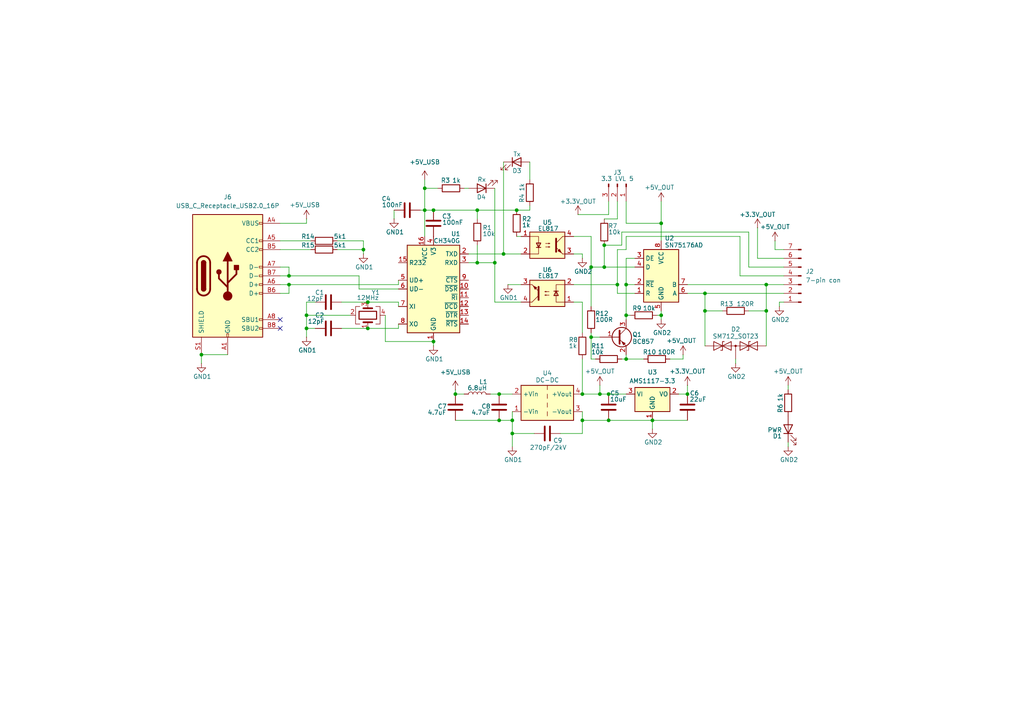
<source format=kicad_sch>
(kicad_sch (version 20231120) (generator "eeschema") (generator_version "8.0")
  (paper "A4")
  (title_block (title "Isolated USB-UART/RS485") (date "2024-11-12"))
  (lib_symbols
    (symbol "Connector:Conn_01x03_Pin" (pin_names (offset 1.016) hide)
      (property "Reference" "J" (at 0 5.08 0))
      (property "Value" "Conn_01x03_Pin" (at 0 -5.08 0))
      (symbol "Conn_01x03_Pin_1_1"
        (polyline (pts (xy 1.27 -2.54) (xy 0.8636 -2.54)) (stroke (width 0.1524)))
        (polyline (pts (xy 1.27 0) (xy 0.8636 0)) (stroke (width 0.1524)))
        (polyline (pts (xy 1.27 2.54) (xy 0.8636 2.54)) (stroke (width 0.1524)))
        (rectangle (start 0.8636 -2.413) (end 0 -2.667) (stroke (width 0.1524)) (fill (type outline)))
        (rectangle (start 0.8636 0.127) (end 0 -0.127) (stroke (width 0.1524)) (fill (type outline)))
        (rectangle (start 0.8636 2.667) (end 0 2.413) (stroke (width 0.1524)) (fill (type outline)))
        (pin passive line (at 5.08 2.54 180) (length 3.81) (name "Pin_1") (number "1"))
        (pin passive line (at 5.08 0 180) (length 3.81) (name "Pin_2") (number "2"))
        (pin passive line (at 5.08 -2.54 180) (length 3.81) (name "Pin_3") (number "3"))
      )
    )
    (symbol "Connector:Conn_01x07_Pin" (pin_names (offset 1.016) hide)
      (property "Reference" "J" (at 0 10.16 0))
      (property "Value" "Conn_01x07_Pin" (at 0 -10.16 0))
      (symbol "Conn_01x07_Pin_1_1"
        (polyline (pts (xy 1.27 -7.62) (xy 0.8636 -7.62)) (stroke (width 0.1524)))
        (polyline (pts (xy 1.27 -5.08) (xy 0.8636 -5.08)) (stroke (width 0.1524)))
        (polyline (pts (xy 1.27 -2.54) (xy 0.8636 -2.54)) (stroke (width 0.1524)))
        (polyline (pts (xy 1.27 0) (xy 0.8636 0)) (stroke (width 0.1524)))
        (polyline (pts (xy 1.27 2.54) (xy 0.8636 2.54)) (stroke (width 0.1524)))
        (polyline (pts (xy 1.27 5.08) (xy 0.8636 5.08)) (stroke (width 0.1524)))
        (polyline (pts (xy 1.27 7.62) (xy 0.8636 7.62)) (stroke (width 0.1524)))
        (rectangle (start 0.8636 -7.493) (end 0 -7.747) (stroke (width 0.1524)) (fill (type outline)))
        (rectangle (start 0.8636 -4.953) (end 0 -5.207) (stroke (width 0.1524)) (fill (type outline)))
        (rectangle (start 0.8636 -2.413) (end 0 -2.667) (stroke (width 0.1524)) (fill (type outline)))
        (rectangle (start 0.8636 0.127) (end 0 -0.127) (stroke (width 0.1524)) (fill (type outline)))
        (rectangle (start 0.8636 2.667) (end 0 2.413) (stroke (width 0.1524)) (fill (type outline)))
        (rectangle (start 0.8636 5.207) (end 0 4.953) (stroke (width 0.1524)) (fill (type outline)))
        (rectangle (start 0.8636 7.747) (end 0 7.493) (stroke (width 0.1524)) (fill (type outline)))
        (pin passive line (at 5.08 7.62 180) (length 3.81) (name "Pin_1") (number "1"))
        (pin passive line (at 5.08 5.08 180) (length 3.81) (name "Pin_2") (number "2"))
        (pin passive line (at 5.08 2.54 180) (length 3.81) (name "Pin_3") (number "3"))
        (pin passive line (at 5.08 0 180) (length 3.81) (name "Pin_4") (number "4"))
        (pin passive line (at 5.08 -2.54 180) (length 3.81) (name "Pin_5") (number "5"))
        (pin passive line (at 5.08 -5.08 180) (length 3.81) (name "Pin_6") (number "6"))
        (pin passive line (at 5.08 -7.62 180) (length 3.81) (name "Pin_7") (number "7"))
      )
    )
    (symbol "Connector:USB_C_Receptacle_USB2.0_16P" (pin_names (offset 1.016))
      (property "Reference" "J" (at 0 22.225 0))
      (property "Value" "USB_C_Receptacle_USB2.0_16P" (at 0 19.685 0))
      (symbol "USB_C_Receptacle_USB2.0_16P_0_0"
        (rectangle (start -0.254 -17.78) (end 0.254 -16.764))
        (rectangle (start 10.16 -14.986) (end 9.144 -15.494))
        (rectangle (start 10.16 -12.446) (end 9.144 -12.954))
        (rectangle (start 10.16 -4.826) (end 9.144 -5.334))
        (rectangle (start 10.16 -2.286) (end 9.144 -2.794))
        (rectangle (start 10.16 0.254) (end 9.144 -0.254))
        (rectangle (start 10.16 2.794) (end 9.144 2.286))
        (rectangle (start 10.16 7.874) (end 9.144 7.366))
        (rectangle (start 10.16 10.414) (end 9.144 9.906))
        (rectangle (start 10.16 15.494) (end 9.144 14.986))
      )
      (symbol "USB_C_Receptacle_USB2.0_16P_0_1"
        (rectangle (start -10.16 17.78) (end 10.16 -17.78) (stroke (width 0.254)) (fill (type background)))
        (arc (start -8.89 -3.81) (mid -6.985 -5.7067) (end -5.08 -3.81) (stroke (width 0.508)))
        (arc (start -7.62 -3.81) (mid -6.985 -4.4423) (end -6.35 -3.81) (stroke (width 0.254)))
        (arc (start -7.62 -3.81) (mid -6.985 -4.4423) (end -6.35 -3.81) (stroke (width 0.254)) (fill (type outline)))
        (rectangle (start -7.62 -3.81) (end -6.35 3.81) (stroke (width 0.254)) (fill (type outline)))
        (arc (start -6.35 3.81) (mid -6.985 4.4423) (end -7.62 3.81) (stroke (width 0.254)))
        (arc (start -6.35 3.81) (mid -6.985 4.4423) (end -7.62 3.81) (stroke (width 0.254)) (fill (type outline)))
        (arc (start -5.08 3.81) (mid -6.985 5.7067) (end -8.89 3.81) (stroke (width 0.508)))
        (circle (center -2.54 1.143) (radius 0.635) (stroke (width 0.254)) (fill (type outline)))
        (circle (center 0 -5.842) (radius 1.27) (fill (type outline)))
        (polyline (pts (xy -8.89 -3.81) (xy -8.89 3.81)) (stroke (width 0.508)))
        (polyline (pts (xy -5.08 3.81) (xy -5.08 -3.81)) (stroke (width 0.508)))
        (polyline (pts (xy 0 -5.842) (xy 0 4.318)) (stroke (width 0.508)))
        (polyline (pts (xy 0 -3.302) (xy -2.54 -0.762) (xy -2.54 0.508)) (stroke (width 0.508)))
        (polyline (pts (xy 0 -2.032) (xy 2.54 0.508) (xy 2.54 1.778)) (stroke (width 0.508)))
        (polyline (pts (xy -1.27 4.318) (xy 0 6.858) (xy 1.27 4.318) (xy -1.27 4.318)) (stroke (width 0.254)) (fill (type outline)))
        (rectangle (start 1.905 1.778) (end 3.175 3.048) (stroke (width 0.254)) (fill (type outline)))
      )
      (symbol "USB_C_Receptacle_USB2.0_16P_1_1"
        (pin passive line (at 0 -22.86 90) (length 5.08) (name "GND") (number "A1"))
        (pin passive line (at 0 -22.86 90) (length 5.08) hide (name "GND") (number "A12"))
        (pin passive line (at 15.24 15.24 180) (length 5.08) (name "VBUS") (number "A4"))
        (pin bidirectional line (at 15.24 10.16 180) (length 5.08) (name "CC1") (number "A5"))
        (pin bidirectional line (at 15.24 -2.54 180) (length 5.08) (name "D+") (number "A6"))
        (pin bidirectional line (at 15.24 2.54 180) (length 5.08) (name "D-") (number "A7"))
        (pin bidirectional line (at 15.24 -12.7 180) (length 5.08) (name "SBU1") (number "A8"))
        (pin passive line (at 15.24 15.24 180) (length 5.08) hide (name "VBUS") (number "A9"))
        (pin passive line (at 0 -22.86 90) (length 5.08) hide (name "GND") (number "B1"))
        (pin passive line (at 0 -22.86 90) (length 5.08) hide (name "GND") (number "B12"))
        (pin passive line (at 15.24 15.24 180) (length 5.08) hide (name "VBUS") (number "B4"))
        (pin bidirectional line (at 15.24 7.62 180) (length 5.08) (name "CC2") (number "B5"))
        (pin bidirectional line (at 15.24 -5.08 180) (length 5.08) (name "D+") (number "B6"))
        (pin bidirectional line (at 15.24 0 180) (length 5.08) (name "D-") (number "B7"))
        (pin bidirectional line (at 15.24 -15.24 180) (length 5.08) (name "SBU2") (number "B8"))
        (pin passive line (at 15.24 15.24 180) (length 5.08) hide (name "VBUS") (number "B9"))
        (pin passive line (at -7.62 -22.86 90) (length 5.08) (name "SHIELD") (number "S1"))
      )
    )
    (symbol "Converter_DCDC:TEA1-0505"
      (property "Reference" "U" (at -7.62 6.35 0))
      (property "Value" "TEA1-0505" (at -2.54 6.35 0))
      (symbol "TEA1-0505_0_0"
        (pin power_in line (at -10.16 -2.54 0) (length 2.54) (name "-Vin") (number "1"))
        (pin power_in line (at -10.16 2.54 0) (length 2.54) (name "+Vin") (number "2"))
        (pin power_out line (at 10.16 -2.54 180) (length 2.54) (name "-Vout") (number "3"))
        (pin power_out line (at 10.16 2.54 180) (length 2.54) (name "+Vout") (number "4"))
      )
      (symbol "TEA1-0505_0_1"
        (rectangle (start -7.62 5.08) (end 7.62 -5.08) (stroke (width 0.254)) (fill (type background)))
        (polyline (pts (xy 0 -2.54) (xy 0 -3.81)))
        (polyline (pts (xy 0 0) (xy 0 -1.27)))
        (polyline (pts (xy 0 2.54) (xy 0 1.27)))
        (polyline (pts (xy 0 5.08) (xy 0 3.81)))
      )
    )
    (symbol "Device:C" (pin_numbers hide) (pin_names (offset 0.254))
      (property "Reference" "C1" (at 3.81 1.2701 0))
      (property "Value" "12pF" (at 3.81 -1.2699 0))
      (symbol "C_0_1"
        (polyline (pts (xy -2.032 -0.762) (xy 2.032 -0.762)) (stroke (width 0.508)))
        (polyline (pts (xy -2.032 0.762) (xy 2.032 0.762)) (stroke (width 0.508)))
      )
      (symbol "C_1_1"
        (pin passive line (at 0 3.81 270) (length 2.794) (name "~") (number "1"))
        (pin passive line (at 0 -3.81 90) (length 2.794) (name "~") (number "2"))
      )
    )
    (symbol "Device:Crystal_GND24" (pin_names (offset 1.016) hide)
      (property "Reference" "Y1" (at 11.43 6.3186 0))
      (property "Value" "12MHz" (at 11.43 3.7786 0))
      (symbol "Crystal_GND24_0_1"
        (rectangle (start -1.143 2.54) (end 1.143 -2.54) (stroke (width 0.3048)))
        (polyline (pts (xy -2.54 0) (xy -2.032 0)))
        (polyline (pts (xy -2.032 -1.27) (xy -2.032 1.27)) (stroke (width 0.508)))
        (polyline (pts (xy 0 -3.81) (xy 0 -3.556)))
        (polyline (pts (xy 0 3.556) (xy 0 3.81)))
        (polyline (pts (xy 2.032 -1.27) (xy 2.032 1.27)) (stroke (width 0.508)))
        (polyline (pts (xy 2.032 0) (xy 2.54 0)))
        (polyline (pts (xy -2.54 -2.286) (xy -2.54 -3.556) (xy 2.54 -3.556) (xy 2.54 -2.286)))
        (polyline (pts (xy -2.54 2.286) (xy -2.54 3.556) (xy 2.54 3.556) (xy 2.54 2.286)))
      )
      (symbol "Crystal_GND24_1_1"
        (pin passive line (at -3.81 0 0) (length 1.27) (name "1") (number "1"))
        (pin passive line (at 0 5.08 270) (length 1.27) (name "2") (number "2"))
        (pin passive line (at 3.81 0 180) (length 1.27) (name "3") (number "3"))
        (pin passive line (at 0 -5.08 90) (length 1.27) (name "4") (number "4"))
      )
    )
    (symbol "Device:L" (pin_numbers hide) (pin_names (offset 1.016) hide)
      (property "Reference" "L" (at -1.27 0 90))
      (property "Value" "L" (at 1.905 0 90))
      (symbol "L_0_1"
        (arc (start 0 -2.54) (mid 0.6323 -1.905) (end 0 -1.27))
        (arc (start 0 -1.27) (mid 0.6323 -0.635) (end 0 0))
        (arc (start 0 0) (mid 0.6323 0.635) (end 0 1.27))
        (arc (start 0 1.27) (mid 0.6323 1.905) (end 0 2.54))
      )
      (symbol "L_1_1"
        (pin passive line (at 0 3.81 270) (length 1.27) (name "1") (number "1"))
        (pin passive line (at 0 -3.81 90) (length 1.27) (name "2") (number "2"))
      )
    )
    (symbol "Device:LED" (pin_numbers hide) (pin_names (offset 1.016) hide)
      (property "Reference" "D" (at 0 2.54 0))
      (property "Value" "LED" (at 0 -2.54 0))
      (symbol "LED_0_1"
        (polyline (pts (xy -1.27 -1.27) (xy -1.27 1.27)) (stroke (width 0.254)))
        (polyline (pts (xy -1.27 0) (xy 1.27 0)))
        (polyline (pts (xy 1.27 -1.27) (xy 1.27 1.27) (xy -1.27 0) (xy 1.27 -1.27)) (stroke (width 0.254)))
        (polyline (pts (xy -3.048 -0.762) (xy -4.572 -2.286) (xy -3.81 -2.286) (xy -4.572 -2.286) (xy -4.572 -1.524)))
        (polyline (pts (xy -1.778 -0.762) (xy -3.302 -2.286) (xy -2.54 -2.286) (xy -3.302 -2.286) (xy -3.302 -1.524)))
      )
      (symbol "LED_1_1"
        (pin passive line (at -3.81 0 0) (length 2.54) (name "K") (number "1"))
        (pin passive line (at 3.81 0 180) (length 2.54) (name "A") (number "2"))
      )
    )
    (symbol "Device:R" (pin_numbers hide) (pin_names (offset 0))
      (property "Reference" "R" (at 2.032 0 90))
      (property "Value" "R" (at 0 0 90))
      (symbol "R_0_1"
        (rectangle (start -1.016 -2.54) (end 1.016 2.54) (stroke (width 0.254)))
      )
      (symbol "R_1_1"
        (pin passive line (at 0 3.81 270) (length 1.27) (name "~") (number "1"))
        (pin passive line (at 0 -3.81 90) (length 1.27) (name "~") (number "2"))
      )
    )
    (symbol "Diode:SM712_SOT23" (pin_numbers hide) (pin_names (offset 1.016) hide)
      (property "Reference" "D" (at 0 4.445 0))
      (property "Value" "SM712_SOT23" (at 0 2.54 0))
      (symbol "SM712_SOT23_0_0"
        (polyline (pts (xy 0 -1.27) (xy 0 0)))
      )
      (symbol "SM712_SOT23_0_1"
        (polyline (pts (xy -6.35 0) (xy 6.35 0)))
        (polyline (pts (xy -3.302 1.27) (xy -3.81 1.27) (xy -3.81 -1.27) (xy -4.318 -1.27)) (stroke (width 0.2032)))
        (polyline (pts (xy 4.318 1.27) (xy 3.81 1.27) (xy 3.81 -1.27) (xy 3.302 -1.27)) (stroke (width 0.2032)))
        (polyline (pts (xy -6.35 -1.27) (xy -1.27 1.27) (xy -1.27 -1.27) (xy -6.35 1.27) (xy -6.35 -1.27)) (stroke (width 0.2032)))
        (polyline (pts (xy 1.27 -1.27) (xy 1.27 1.27) (xy 6.35 -1.27) (xy 6.35 1.27) (xy 1.27 -1.27)) (stroke (width 0.2032)))
        (circle (center 0 0) (radius 0.254) (fill (type outline)))
      )
      (symbol "SM712_SOT23_1_1"
        (pin passive line (at -8.89 0 0) (length 2.54) (name "A1") (number "1"))
        (pin passive line (at 8.89 0 180) (length 2.54) (name "A2") (number "2"))
        (pin input line (at 0 -3.81 90) (length 2.54) (name "common") (number "3"))
      )
    )
    (symbol "Interface_UART:SN75176AD"
      (property "Reference" "U" (at -4.318 8.89 0))
      (property "Value" "SN75176AD" (at 1.016 8.89 0))
      (symbol "SN75176AD_0_1"
        (rectangle (start -5.08 7.62) (end 5.08 -7.62) (stroke (width 0.254)) (fill (type background)))
      )
      (symbol "SN75176AD_1_1"
        (pin output line (at -7.62 -5.08 0) (length 2.54) (name "R") (number "1"))
        (pin input line (at -7.62 -2.54 0) (length 2.54) (name "~{RE}") (number "2"))
        (pin input line (at -7.62 5.08 0) (length 2.54) (name "DE") (number "3"))
        (pin input line (at -7.62 2.54 0) (length 2.54) (name "D") (number "4"))
        (pin power_in line (at 0 -10.16 90) (length 2.54) (name "GND") (number "5"))
        (pin bidirectional line (at 7.62 -5.08 180) (length 2.54) (name "A") (number "6"))
        (pin bidirectional line (at 7.62 -2.54 180) (length 2.54) (name "B") (number "7"))
        (pin power_in line (at 0 10.16 270) (length 2.54) (name "VCC") (number "8"))
      )
    )
    (symbol "Interface_USB:CH340G"
      (property "Reference" "U" (at -5.08 13.97 0))
      (property "Value" "CH340G" (at 1.27 13.97 0))
      (symbol "CH340G_0_1"
        (rectangle (start -7.62 12.7) (end 7.62 -12.7) (stroke (width 0.254)) (fill (type background)))
      )
      (symbol "CH340G_1_1"
        (pin power_in line (at 0 -15.24 90) (length 2.54) (name "GND") (number "1"))
        (pin input line (at 10.16 0 180) (length 2.54) (name "~{DSR}") (number "10"))
        (pin input line (at 10.16 -2.54 180) (length 2.54) (name "~{RI}") (number "11"))
        (pin input line (at 10.16 -5.08 180) (length 2.54) (name "~{DCD}") (number "12"))
        (pin output line (at 10.16 -7.62 180) (length 2.54) (name "~{DTR}") (number "13"))
        (pin output line (at 10.16 -10.16 180) (length 2.54) (name "~{RTS}") (number "14"))
        (pin input line (at -10.16 7.62 0) (length 2.54) (name "R232") (number "15"))
        (pin power_in line (at -2.54 15.24 270) (length 2.54) (name "VCC") (number "16"))
        (pin output line (at 10.16 10.16 180) (length 2.54) (name "TXD") (number "2"))
        (pin input line (at 10.16 7.62 180) (length 2.54) (name "RXD") (number "3"))
        (pin power_out line (at 0 15.24 270) (length 2.54) (name "V3") (number "4"))
        (pin bidirectional line (at -10.16 2.54 0) (length 2.54) (name "UD+") (number "5"))
        (pin bidirectional line (at -10.16 0 0) (length 2.54) (name "UD-") (number "6"))
        (pin input line (at -10.16 -5.08 0) (length 2.54) (name "XI") (number "7"))
        (pin output line (at -10.16 -10.16 0) (length 2.54) (name "XO") (number "8"))
        (pin input line (at 10.16 2.54 180) (length 2.54) (name "~{CTS}") (number "9"))
      )
    )
    (symbol "Isolator:LTV-817S" (pin_names (offset 1.016))
      (property "Reference" "U" (at -3.81 5.08 0))
      (property "Value" "LTV-817S" (at 0 -5.08 0))
      (symbol "LTV-817S_1_1"
        (rectangle (start -5.08 3.81) (end 5.08 -3.81) (stroke (width 0.254)) (fill (type background)))
        (polyline (pts (xy -3.175 -0.635) (xy -1.905 -0.635)) (stroke (width 0.254)))
        (polyline (pts (xy 2.54 0.635) (xy 4.445 2.54)))
        (polyline (pts (xy 4.445 -2.54) (xy 2.54 -0.635)) (fill (type outline)))
        (polyline (pts (xy 4.445 -2.54) (xy 5.08 -2.54)))
        (polyline (pts (xy 4.445 2.54) (xy 5.08 2.54)))
        (polyline (pts (xy -5.08 2.54) (xy -2.54 2.54) (xy -2.54 -0.762)))
        (polyline (pts (xy -2.54 -0.635) (xy -2.54 -2.54) (xy -5.08 -2.54)))
        (polyline (pts (xy 2.54 1.905) (xy 2.54 -1.905) (xy 2.54 -1.905)) (stroke (width 0.508)))
        (polyline (pts (xy -2.54 -0.635) (xy -3.175 0.635) (xy -1.905 0.635) (xy -2.54 -0.635)) (stroke (width 0.254)))
        (polyline (pts (xy -0.508 -0.508) (xy 0.762 -0.508) (xy 0.381 -0.635) (xy 0.381 -0.381) (xy 0.762 -0.508)))
        (polyline (pts (xy -0.508 0.508) (xy 0.762 0.508) (xy 0.381 0.381) (xy 0.381 0.635) (xy 0.762 0.508)))
        (polyline (pts (xy 3.048 -1.651) (xy 3.556 -1.143) (xy 4.064 -2.159) (xy 3.048 -1.651) (xy 3.048 -1.651)) (fill (type outline)))
        (pin passive line (at -7.62 2.54 0) (length 2.54) (name "~") (number "1"))
        (pin passive line (at -7.62 -2.54 0) (length 2.54) (name "~") (number "2"))
        (pin passive line (at 7.62 -2.54 180) (length 2.54) (name "~") (number "3"))
        (pin passive line (at 7.62 2.54 180) (length 2.54) (name "~") (number "4"))
      )
    )
    (symbol "Regulator_Linear:AMS1117-3.3"
      (property "Reference" "U" (at -3.81 3.175 0))
      (property "Value" "AMS1117-3.3" (at 0 3.175 0))
      (symbol "AMS1117-3.3_0_1"
        (rectangle (start -5.08 -5.08) (end 5.08 1.905) (stroke (width 0.254)) (fill (type background)))
      )
      (symbol "AMS1117-3.3_1_1"
        (pin power_in line (at 0 -7.62 90) (length 2.54) (name "GND") (number "1"))
        (pin power_out line (at 7.62 0 180) (length 2.54) (name "VO") (number "2"))
        (pin power_in line (at -7.62 0 0) (length 2.54) (name "VI") (number "3"))
      )
    )
    (symbol "Transistor_BJT:BC857" (pin_names (offset 0) hide)
      (property "Reference" "Q" (at 5.08 1.905 0))
      (property "Value" "BC857" (at 5.08 0 0))
      (symbol "BC857_0_1"
        (polyline (pts (xy 0.635 0.635) (xy 2.54 2.54)))
        (polyline (pts (xy 0.635 -0.635) (xy 2.54 -2.54) (xy 2.54 -2.54)))
        (polyline (pts (xy 0.635 1.905) (xy 0.635 -1.905) (xy 0.635 -1.905)) (stroke (width 0.508)))
        (polyline (pts (xy 2.286 -1.778) (xy 1.778 -2.286) (xy 1.27 -1.27) (xy 2.286 -1.778) (xy 2.286 -1.778)) (fill (type outline)))
        (circle (center 1.27 0) (radius 2.8194) (stroke (width 0.254)))
      )
      (symbol "BC857_1_1"
        (pin input line (at -5.08 0 0) (length 5.715) (name "B") (number "1"))
        (pin passive line (at 2.54 -5.08 90) (length 2.54) (name "E") (number "2"))
        (pin passive line (at 2.54 5.08 270) (length 2.54) (name "C") (number "3"))
      )
    )
    (symbol "power:+3.3V" (power) (pin_numbers hide) (pin_names (offset 0) hide)
      (property "Value" "+3.3V" (at 0 3.556 0))
      (symbol "+3.3V_0_1"
        (polyline (pts (xy -0.762 1.27) (xy 0 2.54)))
        (polyline (pts (xy 0 0) (xy 0 2.54)))
        (polyline (pts (xy 0 2.54) (xy 0.762 1.27)))
      )
      (symbol "+3.3V_1_1"
        (pin power_in line (at 0 0 90) (length 0) (name "~") (number "1"))
      )
    )
    (symbol "power:+5V" (power) (pin_numbers hide) (pin_names (offset 0) hide)
      (property "Value" "+5V" (at 0 3.556 0))
      (symbol "+5V_0_1"
        (polyline (pts (xy -0.762 1.27) (xy 0 2.54)))
        (polyline (pts (xy 0 0) (xy 0 2.54)))
        (polyline (pts (xy 0 2.54) (xy 0.762 1.27)))
      )
      (symbol "+5V_1_1"
        (pin power_in line (at 0 0 90) (length 0) (name "~") (number "1"))
      )
    )
    (symbol "power:GND1" (power) (pin_numbers hide) (pin_names (offset 0) hide)
      (property "Value" "GND1" (at 0 -3.81 0))
      (symbol "GND1_0_1"
        (polyline (pts (xy 0 0) (xy 0 -1.27) (xy 1.27 -1.27) (xy 0 -2.54) (xy -1.27 -1.27) (xy 0 -1.27)))
      )
      (symbol "GND1_1_1"
        (pin power_in line (at 0 0 270) (length 0) (name "~") (number "1"))
      )
    )
    (symbol "power:GND2" (power) (pin_numbers hide) (pin_names (offset 0) hide)
      (property "Value" "GND2" (at 0 -3.81 0))
      (symbol "GND2_0_1"
        (polyline (pts (xy 0 0) (xy 0 -1.27) (xy 1.27 -1.27) (xy 0 -2.54) (xy -1.27 -1.27) (xy 0 -1.27)))
      )
      (symbol "GND2_1_1"
        (pin power_in line (at 0 0 270) (length 0) (name "~") (number "1"))
      )
    )
  )
  (junction (at 123.19 60.96))
  (junction (at 144.78 121.92))
  (junction (at 123.19 54.61))
  (junction (at 181.61 82.55))
  (junction (at 144.78 114.3))
  (junction (at 88.9 95.25))
  (junction (at 199.39 114.3))
  (junction (at 176.53 121.92))
  (junction (at 222.25 90.17))
  (junction (at 191.77 64.77))
  (junction (at 181.61 104.14))
  (junction (at 176.53 114.3))
  (junction (at 175.26 77.47))
  (junction (at 191.77 91.44))
  (junction (at 83.82 80.01))
  (junction (at 168.91 114.3))
  (junction (at 189.23 121.92))
  (junction (at 179.07 82.55))
  (junction (at 58.42 102.87))
  (junction (at 168.91 121.92))
  (junction (at 88.9 91.44))
  (junction (at 204.47 85.09))
  (junction (at 171.45 97.79))
  (junction (at 146.05 73.66))
  (junction (at 143.51 76.2))
  (junction (at 175.26 71.12))
  (junction (at 222.25 82.55))
  (junction (at 106.68 95.25))
  (junction (at 148.59 125.73))
  (junction (at 171.45 77.47))
  (junction (at 106.68 87.63))
  (junction (at 148.59 121.92))
  (junction (at 83.82 82.55))
  (junction (at 132.08 114.3))
  (junction (at 204.47 90.17))
  (junction (at 125.73 99.06))
  (junction (at 173.99 114.3))
  (junction (at 138.43 60.96))
  (junction (at 138.43 76.2))
  (junction (at 125.73 60.96))
  (junction (at 149.86 60.96))
  (junction (at 181.61 91.44))
  (junction (at 105.41 72.39))
  (no_connect (at 81.28 95.25))
  (no_connect (at 81.28 92.71))
  (wire (pts (xy 171.45 68.58) (xy 166.37 68.58)))
  (wire (pts (xy 222.25 100.33) (xy 222.25 90.17)))
  (wire (pts (xy 135.89 73.66) (xy 146.05 73.66)))
  (wire (pts (xy 184.15 85.09) (xy 179.07 85.09)))
  (wire (pts (xy 228.6 111.76) (xy 228.6 113.03)))
  (wire (pts (xy 227.33 77.47) (xy 217.17 77.47)))
  (wire (pts (xy 88.9 87.63) (xy 91.44 87.63)))
  (wire (pts (xy 166.37 73.66) (xy 168.91 73.66)))
  (wire (pts (xy 81.28 77.47) (xy 83.82 77.47)))
  (wire (pts (xy 148.59 125.73) (xy 154.94 125.73)))
  (wire (pts (xy 168.91 104.14) (xy 168.91 114.3)))
  (wire (pts (xy 146.05 73.66) (xy 151.13 73.66)))
  (wire (pts (xy 111.76 99.06) (xy 125.73 99.06)))
  (wire (pts (xy 138.43 60.96) (xy 149.86 60.96)))
  (wire (pts (xy 175.26 77.47) (xy 171.45 77.47)))
  (wire (pts (xy 132.08 114.3) (xy 132.08 113.03)))
  (wire (pts (xy 181.61 91.44) (xy 181.61 92.71)))
  (wire (pts (xy 181.61 104.14) (xy 181.61 102.87)))
  (wire (pts (xy 217.17 90.17) (xy 222.25 90.17)))
  (wire (pts (xy 204.47 90.17) (xy 204.47 100.33)))
  (wire (pts (xy 125.73 100.33) (xy 125.73 99.06)))
  (wire (pts (xy 213.36 105.41) (xy 213.36 104.14)))
  (wire (pts (xy 171.45 97.79) (xy 171.45 104.14)))
  (wire (pts (xy 142.24 114.3) (xy 144.78 114.3)))
  (wire (pts (xy 168.91 114.3) (xy 173.99 114.3)))
  (wire (pts (xy 115.57 82.55) (xy 115.57 81.28)))
  (wire (pts (xy 175.26 77.47) (xy 184.15 77.47)))
  (wire (pts (xy 191.77 90.17) (xy 191.77 91.44)))
  (wire (pts (xy 168.91 87.63) (xy 166.37 87.63)))
  (wire (pts (xy 105.41 69.85) (xy 105.41 72.39)))
  (wire (pts (xy 175.26 71.12) (xy 175.26 77.47)))
  (wire (pts (xy 83.82 77.47) (xy 83.82 80.01)))
  (wire (pts (xy 199.39 85.09) (xy 204.47 85.09)))
  (wire (pts (xy 99.06 87.63) (xy 106.68 87.63)))
  (wire (pts (xy 204.47 90.17) (xy 204.47 85.09)))
  (wire (pts (xy 146.05 46.99) (xy 146.05 73.66)))
  (wire (pts (xy 217.17 67.31) (xy 180.34 67.31)))
  (wire (pts (xy 166.37 82.55) (xy 179.07 82.55)))
  (wire (pts (xy 83.82 80.01) (xy 81.28 80.01)))
  (wire (pts (xy 115.57 95.25) (xy 115.57 93.98)))
  (wire (pts (xy 83.82 85.09) (xy 81.28 85.09)))
  (wire (pts (xy 204.47 85.09) (xy 227.33 85.09)))
  (wire (pts (xy 219.71 74.93) (xy 227.33 74.93)))
  (wire (pts (xy 97.79 69.85) (xy 105.41 69.85)))
  (wire (pts (xy 123.19 54.61) (xy 127 54.61)))
  (wire (pts (xy 99.06 95.25) (xy 106.68 95.25)))
  (wire (pts (xy 149.86 68.58) (xy 151.13 68.58)))
  (wire (pts (xy 168.91 87.63) (xy 168.91 96.52)))
  (wire (pts (xy 175.26 71.12) (xy 180.34 71.12)))
  (wire (pts (xy 138.43 76.2) (xy 143.51 76.2)))
  (wire (pts (xy 144.78 114.3) (xy 148.59 114.3)))
  (wire (pts (xy 181.61 74.93) (xy 181.61 82.55)))
  (wire (pts (xy 148.59 121.92) (xy 148.59 125.73)))
  (wire (pts (xy 175.26 63.5) (xy 179.07 63.5)))
  (wire (pts (xy 219.71 66.04) (xy 219.71 74.93)))
  (wire (pts (xy 105.41 73.66) (xy 105.41 72.39)))
  (wire (pts (xy 226.06 87.63) (xy 226.06 88.9)))
  (wire (pts (xy 181.61 68.58) (xy 214.63 68.58)))
  (wire (pts (xy 143.51 76.2) (xy 143.51 87.63)))
  (wire (pts (xy 222.25 90.17) (xy 222.25 82.55)))
  (wire (pts (xy 181.61 58.42) (xy 181.61 64.77)))
  (wire (pts (xy 123.19 60.96) (xy 125.73 60.96)))
  (wire (pts (xy 132.08 114.3) (xy 134.62 114.3)))
  (wire (pts (xy 81.28 69.85) (xy 90.17 69.85)))
  (wire (pts (xy 198.12 104.14) (xy 198.12 102.87)))
  (wire (pts (xy 135.89 76.2) (xy 138.43 76.2)))
  (wire (pts (xy 189.23 121.92) (xy 189.23 124.46)))
  (wire (pts (xy 138.43 71.12) (xy 138.43 76.2)))
  (wire (pts (xy 147.32 82.55) (xy 151.13 82.55)))
  (wire (pts (xy 168.91 125.73) (xy 168.91 121.92)))
  (wire (pts (xy 148.59 119.38) (xy 148.59 121.92)))
  (wire (pts (xy 143.51 87.63) (xy 151.13 87.63)))
  (wire (pts (xy 176.53 114.3) (xy 181.61 114.3)))
  (wire (pts (xy 180.34 67.31) (xy 180.34 71.12)))
  (wire (pts (xy 224.79 72.39) (xy 227.33 72.39)))
  (wire (pts (xy 181.61 104.14) (xy 186.69 104.14)))
  (wire (pts (xy 214.63 80.01) (xy 227.33 80.01)))
  (wire (pts (xy 153.67 60.96) (xy 149.86 60.96)))
  (wire (pts (xy 144.78 121.92) (xy 148.59 121.92)))
  (wire (pts (xy 194.31 104.14) (xy 198.12 104.14)))
  (wire (pts (xy 106.68 95.25) (xy 115.57 95.25)))
  (wire (pts (xy 171.45 96.52) (xy 171.45 97.79)))
  (wire (pts (xy 132.08 121.92) (xy 144.78 121.92)))
  (wire (pts (xy 104.14 83.82) (xy 115.57 83.82)))
  (wire (pts (xy 125.73 60.96) (xy 138.43 60.96)))
  (wire (pts (xy 168.91 121.92) (xy 168.91 119.38)))
  (wire (pts (xy 176.53 62.23) (xy 176.53 58.42)))
  (wire (pts (xy 88.9 95.25) (xy 88.9 97.79)))
  (wire (pts (xy 179.07 72.39) (xy 181.61 72.39)))
  (wire (pts (xy 171.45 77.47) (xy 171.45 88.9)))
  (wire (pts (xy 153.67 59.69) (xy 153.67 60.96)))
  (wire (pts (xy 58.42 102.87) (xy 58.42 105.41)))
  (wire (pts (xy 123.19 54.61) (xy 123.19 60.96)))
  (wire (pts (xy 179.07 82.55) (xy 179.07 72.39)))
  (wire (pts (xy 66.04 102.87) (xy 58.42 102.87)))
  (wire (pts (xy 143.51 54.61) (xy 143.51 76.2)))
  (wire (pts (xy 153.67 46.99) (xy 153.67 52.07)))
  (wire (pts (xy 123.19 52.07) (xy 123.19 54.61)))
  (wire (pts (xy 106.68 87.63) (xy 115.57 87.63)))
  (wire (pts (xy 228.6 128.27) (xy 228.6 129.54)))
  (wire (pts (xy 97.79 72.39) (xy 105.41 72.39)))
  (wire (pts (xy 115.57 87.63) (xy 115.57 88.9)))
  (wire (pts (xy 81.28 82.55) (xy 83.82 82.55)))
  (wire (pts (xy 191.77 64.77) (xy 191.77 69.85)))
  (wire (pts (xy 81.28 72.39) (xy 90.17 72.39)))
  (wire (pts (xy 214.63 68.58) (xy 214.63 80.01)))
  (wire (pts (xy 138.43 60.96) (xy 138.43 63.5)))
  (wire (pts (xy 204.47 90.17) (xy 209.55 90.17)))
  (wire (pts (xy 104.14 80.01) (xy 104.14 83.82)))
  (wire (pts (xy 168.91 121.92) (xy 176.53 121.92)))
  (wire (pts (xy 199.39 82.55) (xy 222.25 82.55)))
  (wire (pts (xy 222.25 82.55) (xy 227.33 82.55)))
  (wire (pts (xy 83.82 80.01) (xy 104.14 80.01)))
  (wire (pts (xy 180.34 104.14) (xy 181.61 104.14)))
  (wire (pts (xy 134.62 54.61) (xy 135.89 54.61)))
  (wire (pts (xy 179.07 85.09) (xy 179.07 82.55)))
  (wire (pts (xy 189.23 121.92) (xy 199.39 121.92)))
  (wire (pts (xy 168.91 73.66) (xy 168.91 74.93)))
  (wire (pts (xy 181.61 82.55) (xy 184.15 82.55)))
  (wire (pts (xy 81.28 64.77) (xy 88.9 64.77)))
  (wire (pts (xy 191.77 58.42) (xy 191.77 64.77)))
  (wire (pts (xy 88.9 87.63) (xy 88.9 91.44)))
  (wire (pts (xy 88.9 91.44) (xy 88.9 95.25)))
  (wire (pts (xy 190.5 91.44) (xy 191.77 91.44)))
  (wire (pts (xy 173.99 111.76) (xy 173.99 114.3)))
  (wire (pts (xy 114.3 60.96) (xy 114.3 63.5)))
  (wire (pts (xy 173.99 114.3) (xy 176.53 114.3)))
  (wire (pts (xy 115.57 82.55) (xy 83.82 82.55)))
  (wire (pts (xy 217.17 77.47) (xy 217.17 67.31)))
  (wire (pts (xy 181.61 82.55) (xy 181.61 91.44)))
  (wire (pts (xy 184.15 74.93) (xy 181.61 74.93)))
  (wire (pts (xy 196.85 114.3) (xy 199.39 114.3)))
  (wire (pts (xy 88.9 91.44) (xy 101.6 91.44)))
  (wire (pts (xy 83.82 82.55) (xy 83.82 85.09)))
  (wire (pts (xy 111.76 91.44) (xy 111.76 99.06)))
  (wire (pts (xy 167.64 62.23) (xy 176.53 62.23)))
  (wire (pts (xy 181.61 91.44) (xy 182.88 91.44)))
  (wire (pts (xy 179.07 58.42) (xy 179.07 63.5)))
  (wire (pts (xy 176.53 121.92) (xy 189.23 121.92)))
  (wire (pts (xy 171.45 97.79) (xy 173.99 97.79)))
  (wire (pts (xy 88.9 64.77) (xy 88.9 63.5)))
  (wire (pts (xy 171.45 104.14) (xy 172.72 104.14)))
  (wire (pts (xy 181.61 72.39) (xy 181.61 68.58)))
  (wire (pts (xy 148.59 125.73) (xy 148.59 129.54)))
  (wire (pts (xy 121.92 60.96) (xy 123.19 60.96)))
  (wire (pts (xy 171.45 77.47) (xy 171.45 68.58)))
  (wire (pts (xy 199.39 111.76) (xy 199.39 114.3)))
  (wire (pts (xy 181.61 64.77) (xy 191.77 64.77)))
  (wire (pts (xy 191.77 91.44) (xy 191.77 92.71)))
  (wire (pts (xy 227.33 87.63) (xy 226.06 87.63)))
  (wire (pts (xy 88.9 95.25) (xy 91.44 95.25)))
  (wire (pts (xy 123.19 60.96) (xy 123.19 68.58)))
  (wire (pts (xy 162.56 125.73) (xy 168.91 125.73)))
  (wire (pts (xy 224.79 69.85) (xy 224.79 72.39)))
  (symbol (lib_id "Device:R") (at 228.6 116.84 180) (unit 1)
    (property "Reference" "R6" (at 226.314 117.094 90) (effects (justify left)))
    (property "Value" "1k" (at 226.314 114.046 90) (effects (justify left)))
    (property "Footprint" "Resistor_SMD:R_0805_2012Metric" (effects (hide yes)))
    (property "Description" "Resistor" (effects (hide yes)))
  )
  (symbol (lib_id "power:GND2") (at 226.06 88.9 0) (unit 1)
    (property "Reference" "#PWR024" (effects (hide yes)))
    (property "Value" "GND2" (at 226.314 92.71 0))
    (property "Description" "Power symbol creates a global label with name \"GND2\" , ground" (effects (hide yes)))
  )
  (symbol (lib_id "Device:LED") (at 149.86 46.99 0) (unit 1)
    (property "Reference" "D3" (at 148.59 49.53 0) (effects (justify left)))
    (property "Value" "Tx" (at 148.844 44.704 0) (effects (justify left)))
    (property "Footprint" "LED_SMD:LED_0805_2012Metric" (effects (hide yes)))
    (property "Description" "Light emitting diode" (effects (hide yes)))
  )
  (symbol (lib_id "Device:R") (at 130.81 54.61 90) (unit 1)
    (property "Reference" "R3" (at 130.556 52.324 90) (effects (justify left)))
    (property "Value" "1k" (at 133.604 52.324 90) (effects (justify left)))
    (property "Footprint" "Resistor_SMD:R_0805_2012Metric" (effects (hide yes)))
    (property "Description" "Resistor" (effects (hide yes)))
  )
  (symbol (lib_id "Device:C") (at 95.25 95.25 90) (unit 1)
    (property "Reference" "C2" (at 92.71 91.44 90))
    (property "Value" "12pF" (at 91.694 93.218 90))
    (property "Footprint" "Capacitor_SMD:C_0805_2012Metric" (effects (hide yes)))
    (property "Description" "Unpolarized capacitor" (effects (hide yes)))
    (property "LCSC PN" "C106201" (effects (hide yes)))
    (property "MF PN" "CC0402JRNPO9BN120" (effects (hide yes)))
  )
  (symbol (lib_id "Device:C") (at 199.39 118.11 180) (unit 1)
    (property "Reference" "C6" (at 201.422 114.046 0))
    (property "Value" "22uF" (at 202.438 115.824 0))
    (property "Footprint" "Capacitor_SMD:C_0805_2012Metric" (effects (hide yes)))
    (property "Description" "Unpolarized capacitor" (effects (hide yes)))
    (property "LCSC PN" "C415703" (effects (hide yes)))
    (property "MF PN" "GRM155R60J226ME11D" (effects (hide yes)))
  )
  (symbol (lib_id "Device:R") (at 176.53 104.14 270) (unit 1)
    (property "Reference" "R11" (at 171.45 100.33 90) (effects (justify left)))
    (property "Value" "10k" (at 171.45 102.108 90) (effects (justify left)))
    (property "Footprint" "Resistor_SMD:R_0805_2012Metric" (effects (hide yes)))
    (property "Description" "Resistor" (effects (hide yes)))
  )
  (symbol (lib_id "Device:R") (at 171.45 92.71 180) (unit 1)
    (property "Reference" "R12" (at 176.53 90.932 0) (effects (justify left)))
    (property "Value" "100R" (at 177.8 92.71 0) (effects (justify left)))
    (property "Footprint" "Resistor_SMD:R_0805_2012Metric" (effects (hide yes)))
    (property "Description" "Resistor" (effects (hide yes)))
  )
  (symbol (lib_id "power:GND2") (at 213.36 105.41 0) (unit 1)
    (property "Reference" "#PWR016" (effects (hide yes)))
    (property "Value" "GND2" (at 213.614 109.22 0))
    (property "Description" "Power symbol creates a global label with name \"GND2\" , ground" (effects (hide yes)))
  )
  (symbol (lib_id "Device:R") (at 190.5 104.14 270) (unit 1)
    (property "Reference" "R10" (at 186.436 102.108 90) (effects (justify left)))
    (property "Value" "100R" (at 190.754 102.108 90) (effects (justify left)))
    (property "Footprint" "Resistor_SMD:R_0805_2012Metric" (effects (hide yes)))
    (property "Description" "Resistor" (effects (hide yes)))
  )
  (symbol (lib_id "Device:L") (at 138.43 114.3 90) (unit 1)
    (property "Reference" "L1" (at 140.208 110.744 90))
    (property "Value" "6.8uH" (at 138.43 112.522 90))
    (property "Footprint" "Inductor_SMD:L_1206_3216Metric" (effects (hide yes)))
    (property "Description" "Inductor" (effects (hide yes)))
    (property "LCSC PN" "C395031" (effects (hide yes)))
    (property "MF PN" "CMP321609XD6R8MT" (effects (hide yes)))
  )
  (symbol (lib_id "Diode:SM712_SOT23") (at 213.36 100.33 0) (unit 1)
    (property "Reference" "D2" (at 213.36 95.504 0))
    (property "Value" "SM712_SOT23" (at 213.36 97.536 0))
    (property "Footprint" "Package_TO_SOT_SMD:SOT-23" (effects (hide yes)))
    (property "Datasheet" "https://www.littelfuse.com/~/media/electronics/datasheets/tvs_diode_arrays/littelfuse_tvs_diode_array_sm712_datasheet.pdf.pdf" (effects (hide yes)))
    (property "Description" "7V/12V, 600W Asymmetrical TVS Diode Array, SOT-23" (effects (hide yes)))
  )
  (symbol (lib_id "Device:C") (at 132.08 118.11 180) (unit 1)
    (property "Reference" "C7" (at 128.27 117.856 0))
    (property "Value" "4.7uF" (at 126.746 119.634 0))
    (property "Footprint" "Capacitor_SMD:C_0805_2012Metric" (effects (hide yes)))
    (property "Description" "Unpolarized capacitor" (effects (hide yes)))
    (property "LCSC PN" "C2858031" (effects (hide yes)))
    (property "MF PN" "GRM155R61E475ME15D" (effects (hide yes)))
  )
  (symbol (lib_id "power:+5V") (at 198.12 102.87 0) (unit 1)
    (property "Reference" "#PWR018" (effects (hide yes)))
    (property "Value" "+5V_OUT" (at 197.612 98.806 0))
    (property "Description" "Power symbol creates a global label with name \"+5V\"" (effects (hide yes)))
  )
  (symbol (lib_id "power:GND2") (at 189.23 124.46 0) (unit 1)
    (property "Reference" "#PWR06" (effects (hide yes)))
    (property "Value" "GND2" (at 189.484 128.27 0))
    (property "Description" "Power symbol creates a global label with name \"GND2\" , ground" (effects (hide yes)))
  )
  (symbol (lib_id "Isolator:LTV-817S") (at 158.75 85.09 180) (unit 1)
    (property "Reference" "U6" (at 158.75 78.232 0))
    (property "Value" "EL817" (at 159.004 80.01 0))
    (property "Footprint" "Package_DIP:SMDIP-4_W9.53mm" (effects (hide yes)))
    (property "Datasheet" "http://www.us.liteon.com/downloads/LTV-817-827-847.PDF" (effects (hide yes)))
    (property "Description" "DC Optocoupler, Vce 35V, CTR 50%, SMDIP-4" (effects (hide yes)))
    (property "LCSC PN" "C3031553" (effects (hide yes)))
    (property "MF PN" "EL817S1(A)(TU)-FV" (effects (hide yes)))
  )
  (symbol (lib_id "power:GND2") (at 228.6 129.54 0) (unit 1)
    (property "Reference" "#PWR014" (effects (hide yes)))
    (property "Value" "GND2" (at 228.854 133.35 0))
    (property "Description" "Power symbol creates a global label with name \"GND2\" , ground" (effects (hide yes)))
  )
  (symbol (lib_id "power:GND1") (at 114.3 63.5 0) (unit 1)
    (property "Reference" "#PWR05" (effects (hide yes)))
    (property "Value" "GND1" (at 114.554 67.31 0))
    (property "Description" "Power symbol creates a global label with name \"GND1\" , ground" (effects (hide yes)))
  )
  (symbol (lib_id "Device:R") (at 168.91 100.33 180) (unit 1)
    (property "Reference" "R8" (at 167.64 98.552 0) (effects (justify left)))
    (property "Value" "1k" (at 167.386 100.33 0) (effects (justify left)))
    (property "Footprint" "Resistor_SMD:R_0805_2012Metric" (effects (hide yes)))
    (property "Description" "Resistor" (effects (hide yes)))
  )
  (symbol (lib_id "Connector:Conn_01x07_Pin") (at 232.41 80.01 180) (unit 1)
    (property "Reference" "J2" (at 233.68 78.7399 0) (effects (justify right)))
    (property "Value" "7-pin con" (at 233.68 81.2799 0) (effects (justify right)))
    (property "Footprint" "Connector_PinHeader_2.54mm:PinHeader_1x07_P2.54mm_Vertical" (effects (hide yes)))
    (property "Description" "Generic connector, single row, 01x07, script generated" (effects (hide yes)))
  )
  (symbol (lib_id "Device:R") (at 93.98 72.39 270) (unit 1)
    (property "Reference" "R15" (at 87.376 71.12 90) (effects (justify left)))
    (property "Value" "5k1" (at 96.774 71.12 90) (effects (justify left)))
    (property "Footprint" "Resistor_SMD:R_0805_2012Metric" (effects (hide yes)))
    (property "Description" "Resistor" (effects (hide yes)))
    (property "Manufacturer" "Würth Elektronik" (effects (hide yes)))
    (property "MPN" "560112120019" (effects (hide yes)))
  )
  (symbol (lib_id "Connector:Conn_01x03_Pin") (at 179.07 53.34 270) (unit 1)
    (property "Reference" "J3" (at 179.07 50.038 90))
    (property "Value" "3.3 LVL 5" (at 179.07 51.816 90))
    (property "Footprint" "Connector_PinHeader_2.54mm:PinHeader_1x03_P2.54mm_Vertical" (effects (hide yes)))
    (property "Description" "Generic connector, single row, 01x03, script generated" (effects (hide yes)))
  )
  (symbol (lib_id "power:GND1") (at 105.41 73.66 0) (unit 1)
    (property "Reference" "#PWR025" (effects (hide yes)))
    (property "Value" "GND1" (at 105.664 77.47 0))
    (property "Description" "Power symbol creates a global label with name \"GND1\" , ground" (effects (hide yes)))
  )
  (symbol (lib_id "power:GND1") (at 147.32 82.55 0) (unit 1)
    (property "Reference" "#PWR01" (effects (hide yes)))
    (property "Value" "GND1" (at 147.574 86.36 0))
    (property "Description" "Power symbol creates a global label with name \"GND1\" , ground" (effects (hide yes)))
  )
  (symbol (lib_id "power:+5V") (at 224.79 69.85 0) (unit 1)
    (property "Reference" "#PWR022" (effects (hide yes)))
    (property "Value" "+5V_OUT" (at 224.79 65.786 0))
    (property "Description" "Power symbol creates a global label with name \"+5V\"" (effects (hide yes)))
  )
  (symbol (lib_id "Interface_UART:SN75176AD") (at 191.77 80.01 0) (unit 1)
    (property "Reference" "U2" (at 192.786 69.088 0) (effects (justify left)))
    (property "Value" "SN75176AD" (at 192.786 71.12 0) (effects (justify left)))
    (property "Footprint" "Package_SO:SOIC-8_3.9x4.9mm_P1.27mm" (effects (hide yes)))
    (property "Datasheet" "http://www.ti.com/lit/ds/symlink/sn75176a.pdf" (effects (hide yes)))
    (property "Description" "Differential RS-422/RS-485 bus transceiver, SOIC-8" (effects (hide yes)))
    (property "LCSC PN" "C7063" (effects (hide yes)))
    (property "MF PN" "SN75176BDR" (effects (hide yes)))
  )
  (symbol (lib_id "Device:LED") (at 139.7 54.61 180) (unit 1)
    (property "Reference" "D4" (at 140.97 57.15 0) (effects (justify left)))
    (property "Value" "Rx" (at 140.97 52.07 0) (effects (justify left)))
    (property "Footprint" "LED_SMD:LED_0805_2012Metric" (effects (hide yes)))
    (property "Description" "Light emitting diode" (effects (hide yes)))
  )
  (symbol (lib_id "power:+3.3V") (at 199.39 111.76 0) (unit 1)
    (property "Reference" "#PWR010" (effects (hide yes)))
    (property "Value" "+3.3V_OUT" (at 199.39 107.696 0))
    (property "Description" "Power symbol creates a global label with name \"+3.3V\"" (effects (hide yes)))
  )
  (symbol (lib_id "Device:C") (at 125.73 64.77 180) (unit 1)
    (property "Reference" "C3" (at 129.54 62.738 0))
    (property "Value" "100nF" (at 131.318 64.516 0))
    (property "Footprint" "Capacitor_SMD:C_0805_2012Metric" (effects (hide yes)))
    (property "Description" "Unpolarized capacitor" (effects (hide yes)))
    (property "LCSC PN" "C14663" (effects (hide yes)))
    (property "MF PN" "CC0603KRX7R9BB104" (effects (hide yes)))
  )
  (symbol (lib_id "Device:R") (at 149.86 64.77 0) (unit 1)
    (property "Reference" "R2" (at 151.384 63.5 0) (effects (justify left)))
    (property "Value" "1k" (at 151.384 65.278 0) (effects (justify left)))
    (property "Footprint" "Resistor_SMD:R_0805_2012Metric" (effects (hide yes)))
    (property "Description" "Resistor" (effects (hide yes)))
  )
  (symbol (lib_id "Device:R") (at 138.43 67.31 0) (unit 1)
    (property "Reference" "R1" (at 139.954 66.04 0) (effects (justify left)))
    (property "Value" "10k" (at 139.954 67.818 0) (effects (justify left)))
    (property "Footprint" "Resistor_SMD:R_0805_2012Metric" (effects (hide yes)))
    (property "Description" "Resistor" (effects (hide yes)))
  )
  (symbol (lib_id "power:+5V") (at 191.77 58.42 0) (unit 1)
    (property "Reference" "#PWR03" (effects (hide yes)))
    (property "Value" "+5V_OUT" (at 191.262 54.356 0))
    (property "Description" "Power symbol creates a global label with name \"+5V\"" (effects (hide yes)))
  )
  (symbol (lib_id "Device:R") (at 186.69 91.44 270) (unit 1)
    (property "Reference" "R9" (at 183.388 89.408 90) (effects (justify left)))
    (property "Value" "10k" (at 186.436 89.408 90) (effects (justify left)))
    (property "Footprint" "Resistor_SMD:R_0805_2012Metric" (effects (hide yes)))
    (property "Description" "Resistor" (effects (hide yes)))
  )
  (symbol (lib_id "Regulator_Linear:AMS1117-3.3") (at 189.23 114.3 0) (unit 1)
    (property "Reference" "U3" (at 189.23 107.95 0))
    (property "Value" "AMS1117-3.3" (at 189.23 110.49 0))
    (property "Footprint" "Package_TO_SOT_SMD:SOT-223-3_TabPin2" (effects (hide yes)))
    (property "Datasheet" "http://www.advanced-monolithic.com/pdf/ds1117.pdf" (effects (hide yes)))
    (property "Description" "1A Low Dropout regulator, positive, 3.3V fixed output, SOT-223" (effects (hide yes)))
    (property "LCSC PN" "C110474" (effects (hide yes)))
    (property "MF PN" "AZ1117H-3.3TRG1" (effects (hide yes)))
  )
  (symbol (lib_id "Device:C") (at 158.75 125.73 90) (unit 1)
    (property "Reference" "C9" (at 161.798 127.762 90))
    (property "Value" "270pF/2kV" (at 159.004 129.794 90))
    (property "Footprint" "Capacitor_SMD:C_1206_3216Metric" (effects (hide yes)))
    (property "Description" "Unpolarized capacitor" (effects (hide yes)))
    (property "LCSC PN" "C7393992" (effects (hide yes)))
    (property "MF PN" "TCC1206X7R271K202FT" (effects (hide yes)))
  )
  (symbol (lib_id "power:GND2") (at 168.91 74.93 0) (unit 1)
    (property "Reference" "#PWR017" (effects (hide yes)))
    (property "Value" "GND2" (at 169.164 78.74 0))
    (property "Description" "Power symbol creates a global label with name \"GND2\" , ground" (effects (hide yes)))
  )
  (symbol (lib_id "Interface_USB:CH340G") (at 125.73 83.82 0) (unit 1)
    (property "Reference" "U1" (at 130.81 67.818 0) (effects (justify left)))
    (property "Value" "CH340G" (at 125.73 69.85 0) (effects (justify left)))
    (property "Footprint" "Package_SO:SOIC-16_3.9x9.9mm_P1.27mm" (effects (hide yes)))
    (property "Datasheet" "http://www.datasheet5.com/pdf-local-2195953" (effects (hide yes)))
    (property "Description" "USB serial converter, UART, SOIC-16" (effects (hide yes)))
    (property "LCSC PN" "C14267" (effects (hide yes)))
    (property "MF PN" "  CH340G" (effects (hide yes)))
  )
  (symbol (lib_id "power:+5V") (at 88.9 63.5 0) (unit 1)
    (property "Reference" "#PWR07" (effects (hide yes)))
    (property "Value" "+5V_USB" (at 88.392 59.436 0))
    (property "Description" "Power symbol creates a global label with name \"+5V\"" (effects (hide yes)))
  )
  (symbol (lib_id "power:GND1") (at 88.9 97.79 0) (unit 1)
    (property "Reference" "#PWR011" (effects (hide yes)))
    (property "Value" "GND1" (at 89.154 101.6 0))
    (property "Description" "Power symbol creates a global label with name \"GND1\" , ground" (effects (hide yes)))
  )
  (symbol (lib_id "Device:Crystal_GND24") (at 106.68 91.44 90) (unit 1)
    (property "Reference" "Y1" (at 108.966 84.836 90))
    (property "Value" "12MHz" (at 106.68 86.36 90))
    (property "Footprint" "Crystal:Crystal_SMD_3225-4Pin_3.2x2.5mm" (effects (hide yes)))
    (property "Description" "Four pin crystal, GND on pins 2 and 4" (effects (hide yes)))
    (property "LCSC PN" "C133337" (effects (hide yes)))
    (property "MF PN" "TAXM12M4RFBCCT2T" (effects (hide yes)))
  )
  (symbol (lib_id "power:GND1") (at 58.42 105.41 0) (unit 1)
    (property "Reference" "#PWR026" (effects (hide yes)))
    (property "Value" "GND1" (at 58.674 109.22 0))
    (property "Description" "Power symbol creates a global label with name \"GND1\" , ground" (effects (hide yes)))
  )
  (symbol (lib_id "Connector:USB_C_Receptacle_USB2.0_16P") (at 66.04 80.01 0) (unit 1)
    (property "Reference" "J6" (at 66.04 57.15 0))
    (property "Value" "USB_C_Receptacle_USB2.0_16P" (at 66.04 59.69 0))
    (property "Footprint" "Connector_USB:USB_C_Receptacle_GCT_USB4110" (effects (hide yes)))
    (property "Datasheet" "https://www.usb.org/sites/default/files/documents/usb_type-c.zip" (effects (hide yes)))
    (property "Description" "USB 2.0-only 16P Type-C Receptacle connector" (effects (hide yes)))
    (property "Manufacturer" "GCT " (effects (hide yes)))
    (property "MPN" "USB4110-GF-A " (effects (hide yes)))
  )
  (symbol (lib_id "Converter_DCDC:TEA1-0505") (at 158.75 116.84 0) (unit 1)
    (property "Reference" "U4" (at 158.75 108.204 0))
    (property "Value" "DC-DC" (at 158.75 110.236 0))
    (property "Footprint" "Converter_DCDC:Converter_DCDC_TRACO_TEA1-xxxx_THT" (effects (hide yes)))
    (property "Datasheet" "https://www.tracopower.com/products/tea1.pdf" (effects (hide yes)))
    (property "Description" "1W DC/DC converter unregulated, 4.5-5.5V input, 5V output voltage, 200mA output, 1.5kVDC isolation, SIP-4" (effects (hide yes)))
    (property "LCSC PN" "C7465178" (effects (hide yes)))
    (property "MF PN" "  B0505S-1WR3" (effects (hide yes)))
  )
  (symbol (lib_id "Device:C") (at 144.78 118.11 180) (unit 1)
    (property "Reference" "C8" (at 140.97 117.856 0))
    (property "Value" "4.7uF" (at 139.446 119.634 0))
    (property "Footprint" "Capacitor_SMD:C_0805_2012Metric" (effects (hide yes)))
    (property "Description" "Unpolarized capacitor" (effects (hide yes)))
    (property "LCSC PN" "C2858031" (effects (hide yes)))
    (property "MF PN" "GRM155R61E475ME15D" (effects (hide yes)))
  )
  (symbol (lib_id "power:+3.3V") (at 167.64 62.23 0) (unit 1)
    (property "Reference" "#PWR021" (effects (hide yes)))
    (property "Value" "+3.3V_OUT" (at 167.64 58.42 0))
    (property "Description" "Power symbol creates a global label with name \"+3.3V\"" (effects (hide yes)))
  )
  (symbol (lib_id "Device:R") (at 153.67 55.88 180) (unit 1)
    (property "Reference" "R4" (at 151.384 56.134 90) (effects (justify left)))
    (property "Value" "1k" (at 151.384 53.086 90) (effects (justify left)))
    (property "Footprint" "Resistor_SMD:R_0805_2012Metric" (effects (hide yes)))
    (property "Description" "Resistor" (effects (hide yes)))
  )
  (symbol (lib_id "Device:LED") (at 228.6 124.46 90) (unit 1)
    (property "Reference" "D1" (at 226.822 126.492 90) (effects (justify left)))
    (property "Value" "PWR" (at 226.822 124.714 90) (effects (justify left)))
    (property "Footprint" "LED_SMD:LED_0805_2012Metric" (effects (hide yes)))
    (property "Description" "Light emitting diode" (effects (hide yes)))
  )
  (symbol (lib_id "power:GND1") (at 148.59 129.54 0) (unit 1)
    (property "Reference" "#PWR08" (effects (hide yes)))
    (property "Value" "GND1" (at 148.844 133.35 0))
    (property "Description" "Power symbol creates a global label with name \"GND1\" , ground" (effects (hide yes)))
  )
  (symbol (lib_id "Device:C") (at 95.25 87.63 90) (unit 1)
    (property "Reference" "C1" (at 92.71 84.836 90))
    (property "Value" "12pF" (at 91.44 86.614 90))
    (property "Footprint" "Capacitor_SMD:C_0805_2012Metric" (effects (hide yes)))
    (property "Description" "Unpolarized capacitor" (effects (hide yes)))
    (property "LCSC PN" "C106201" (effects (hide yes)))
    (property "MF PN" "CC0402JRNPO9BN120" (effects (hide yes)))
  )
  (symbol (lib_id "Device:C") (at 118.11 60.96 270) (unit 1)
    (property "Reference" "C4" (at 112.014 57.658 90))
    (property "Value" "100nF" (at 113.792 59.436 90))
    (property "Footprint" "Capacitor_SMD:C_0805_2012Metric" (effects (hide yes)))
    (property "Description" "Unpolarized capacitor" (effects (hide yes)))
    (property "LCSC PN" "C14663" (effects (hide yes)))
    (property "MF PN" "CC0603KRX7R9BB104" (effects (hide yes)))
  )
  (symbol (lib_id "power:+5V") (at 123.19 52.07 0) (unit 1)
    (property "Reference" "#PWR04" (effects (hide yes)))
    (property "Value" "+5V_USB" (at 123.19 46.99 0))
    (property "Description" "Power symbol creates a global label with name \"+5V\"" (effects (hide yes)))
  )
  (symbol (lib_id "Device:R") (at 175.26 67.31 180) (unit 1)
    (property "Reference" "R7" (at 179.07 65.532 0) (effects (justify left)))
    (property "Value" "10k" (at 180.086 67.31 0) (effects (justify left)))
    (property "Footprint" "Resistor_SMD:R_0805_2012Metric" (effects (hide yes)))
    (property "Description" "Resistor" (effects (hide yes)))
  )
  (symbol (lib_id "Transistor_BJT:BC857") (at 179.07 97.79 0) (unit 1)
    (property "Reference" "Q1" (at 183.388 97.028 0) (effects (justify left)))
    (property "Value" "BC857" (at 183.388 99.06 0) (effects (justify left)))
    (property "Footprint" "Package_TO_SOT_SMD:SOT-23" (effects (hide yes)))
    (property "Datasheet" "https://www.onsemi.com/pub/Collateral/BC860-D.pdf" (effects (hide yes)))
    (property "Description" "0.1A Ic, 45V Vce, PNP Transistor, SOT-23" (effects (hide yes)))
  )
  (symbol (lib_id "power:GND1") (at 125.73 100.33 0) (unit 1)
    (property "Reference" "#PWR02" (effects (hide yes)))
    (property "Value" "GND1" (at 125.984 104.14 0))
    (property "Description" "Power symbol creates a global label with name \"GND1\" , ground" (effects (hide yes)))
  )
  (symbol (lib_id "Device:C") (at 176.53 118.11 180) (unit 1)
    (property "Reference" "C5" (at 178.308 114.046 0))
    (property "Value" "10uF" (at 179.324 115.824 0))
    (property "Footprint" "Capacitor_SMD:C_0805_2012Metric" (effects (hide yes)))
    (property "Description" "Unpolarized capacitor" (effects (hide yes)))
    (property "LCSC PN" "C315248" (effects (hide yes)))
    (property "MF PN" "CL05A106MP5NUNC" (effects (hide yes)))
  )
  (symbol (lib_id "power:+5V") (at 132.08 113.03 0) (unit 1)
    (property "Reference" "#PWR09" (effects (hide yes)))
    (property "Value" "+5V_USB" (at 132.08 107.95 0))
    (property "Description" "Power symbol creates a global label with name \"+5V\"" (effects (hide yes)))
  )
  (symbol (lib_id "Isolator:LTV-817S") (at 158.75 71.12 0) (unit 1)
    (property "Reference" "U5" (at 158.75 64.516 0))
    (property "Value" "EL817" (at 159.004 66.294 0))
    (property "Footprint" "Package_DIP:SMDIP-4_W9.53mm" (effects (hide yes)))
    (property "Datasheet" "http://www.us.liteon.com/downloads/LTV-817-827-847.PDF" (effects (hide yes)))
    (property "Description" "DC Optocoupler, Vce 35V, CTR 50%, SMDIP-4" (effects (hide yes)))
    (property "LCSC PN" "C3031553" (effects (hide yes)))
    (property "MF PN" "EL817S1(A)(TU)-FV" (effects (hide yes)))
  )
  (symbol (lib_id "power:+5V") (at 228.6 111.76 0) (unit 1)
    (property "Reference" "#PWR015" (effects (hide yes)))
    (property "Value" "+5V_OUT" (at 228.6 107.696 0))
    (property "Description" "Power symbol creates a global label with name \"+5V\"" (effects (hide yes)))
  )
  (symbol (lib_id "power:GND2") (at 191.77 92.71 0) (unit 1)
    (property "Reference" "#PWR013" (effects (hide yes)))
    (property "Value" "GND2" (at 192.024 96.52 0))
    (property "Description" "Power symbol creates a global label with name \"GND2\" , ground" (effects (hide yes)))
  )
  (symbol (lib_id "power:+5V") (at 173.99 111.76 0) (unit 1)
    (property "Reference" "#PWR012" (effects (hide yes)))
    (property "Value" "+5V_OUT" (at 173.99 107.696 0))
    (property "Description" "Power symbol creates a global label with name \"+5V\"" (effects (hide yes)))
  )
  (symbol (lib_id "Device:R") (at 93.98 69.85 270) (unit 1)
    (property "Reference" "R14" (at 87.376 68.58 90) (effects (justify left)))
    (property "Value" "5k1" (at 96.774 68.58 90) (effects (justify left)))
    (property "Footprint" "Resistor_SMD:R_0805_2012Metric" (effects (hide yes)))
    (property "Description" "Resistor" (effects (hide yes)))
    (property "Manufacturer" "Würth Elektronik" (effects (hide yes)))
    (property "MPN" "560112120019" (effects (hide yes)))
  )
  (symbol (lib_id "Device:R") (at 213.36 90.17 270) (unit 1)
    (property "Reference" "R13" (at 208.788 88.138 90) (effects (justify left)))
    (property "Value" "120R" (at 213.614 88.138 90) (effects (justify left)))
    (property "Footprint" "Resistor_SMD:R_0805_2012Metric" (effects (hide yes)))
    (property "Description" "Resistor" (effects (hide yes)))
  )
  (symbol (lib_id "power:+3.3V") (at 219.71 66.04 0) (unit 1)
    (property "Reference" "#PWR023" (effects (hide yes)))
    (property "Value" "+3.3V_OUT" (at 219.71 62.23 0))
    (property "Description" "Power symbol creates a global label with name \"+3.3V\"" (effects (hide yes)))
  )
)
</source>
